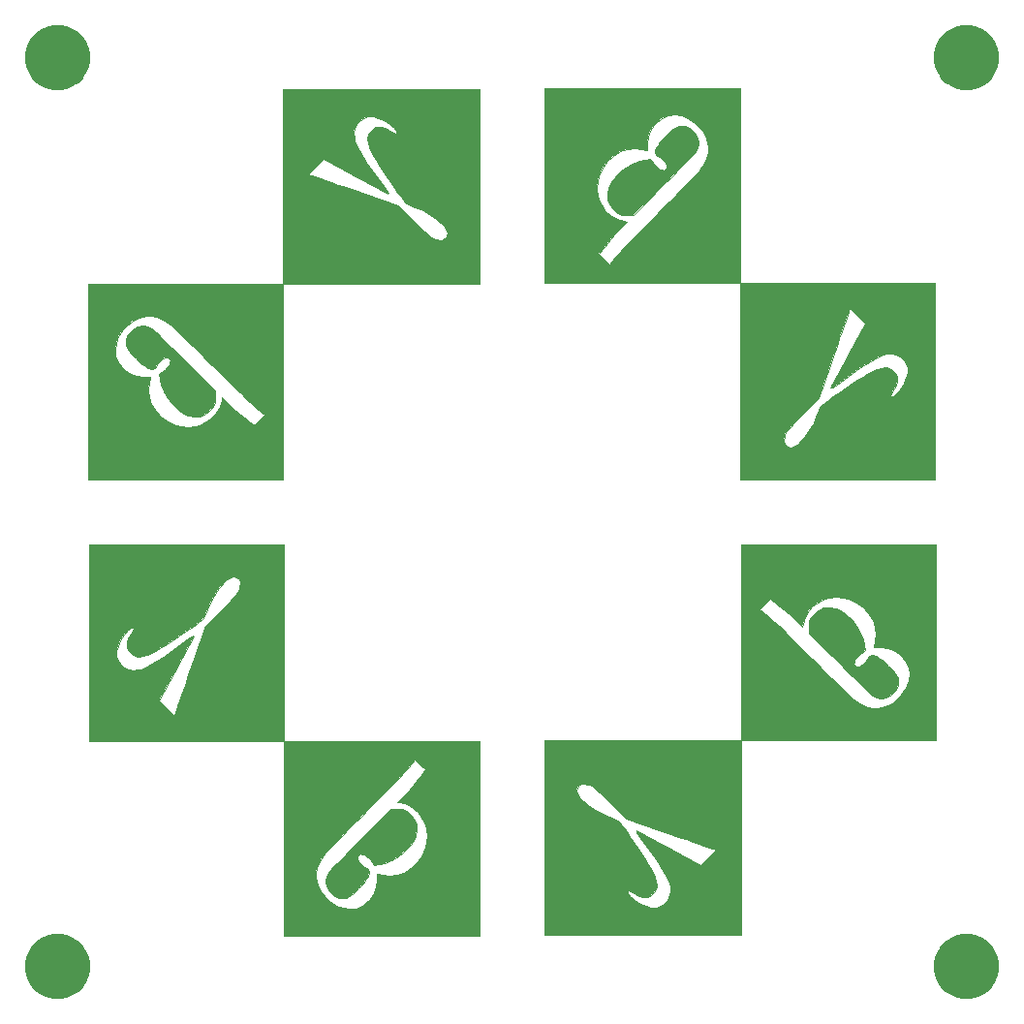
<source format=gbs>
%MOIN*%
%OFA0B0*%
%FSLAX46Y46*%
%IPPOS*%
%LPD*%
%ADD10C,0.00039370078740157485*%
%ADD11C,0.0039370078740157488*%
%ADD22C,0.00039370078740157485*%
%ADD23C,0.0039370078740157488*%
%ADD24C,0.00039370078740157485*%
%ADD25C,0.0039370078740157488*%
%ADD26C,0.00039370078740157485*%
%ADD27C,0.0039370078740157488*%
D10*
G36*
X0000648109Y0002580261D02*
G01*
X0000641402Y0002563909D01*
X0000641038Y0002545642D01*
X0000641706Y0002541812D01*
X0000643402Y0002534684D01*
X0000645792Y0002528704D01*
X0000649799Y0002522572D01*
X0000656342Y0002514989D01*
X0000666343Y0002504653D01*
X0000672189Y0002498786D01*
X0000684802Y0002486417D01*
X0000694338Y0002477857D01*
X0000702247Y0002472016D01*
X0000709975Y0002467808D01*
X0000717691Y0002464625D01*
X0000728328Y0002461013D01*
X0000734636Y0002460240D01*
X0000738294Y0002462261D01*
X0000739501Y0002464028D01*
X0000743614Y0002470276D01*
X0000750071Y0002479143D01*
X0000753890Y0002484122D01*
X0000763632Y0002493930D01*
X0000773435Y0002499503D01*
X0000782180Y0002500878D01*
X0000788751Y0002498090D01*
X0000792028Y0002491174D01*
X0000791574Y0002482918D01*
X0000789186Y0002476230D01*
X0000784165Y0002469451D01*
X0000775246Y0002460989D01*
X0000771791Y0002458027D01*
X0000754071Y0002443050D01*
X0000755576Y0002427432D01*
X0000760216Y0002406199D01*
X0000769603Y0002383416D01*
X0000782679Y0002360815D01*
X0000798388Y0002340126D01*
X0000815672Y0002323081D01*
X0000822462Y0002317899D01*
X0000834564Y0002310280D01*
X0000847216Y0002303600D01*
X0000854646Y0002300447D01*
X0000875825Y0002296173D01*
X0000896170Y0002298153D01*
X0000914701Y0002305975D01*
X0000930436Y0002319228D01*
X0000942234Y0002337164D01*
X0000945678Y0002348123D01*
X0000947582Y0002361637D01*
X0000947724Y0002368429D01*
X0000947121Y0002386931D01*
X0000838615Y0002494037D01*
X0000812937Y0002519362D01*
X0000791532Y0002540405D01*
X0000773946Y0002557582D01*
X0000759722Y0002571311D01*
X0000748404Y0002582007D01*
X0000739538Y0002590089D01*
X0000732668Y0002595974D01*
X0000727339Y0002600077D01*
X0000723095Y0002602816D01*
X0000719480Y0002604608D01*
X0000716680Y0002605659D01*
X0000697486Y0002608888D01*
X0000679180Y0002605567D01*
X0000662327Y0002595808D01*
X0000661235Y0002594902D01*
X0000648109Y0002580261D01*
G37*
X0000648109Y0002580261D02*
X0000641402Y0002563909D01*
X0000641038Y0002545642D01*
X0000641706Y0002541812D01*
X0000643402Y0002534684D01*
X0000645792Y0002528704D01*
X0000649799Y0002522572D01*
X0000656342Y0002514989D01*
X0000666343Y0002504653D01*
X0000672189Y0002498786D01*
X0000684802Y0002486417D01*
X0000694338Y0002477857D01*
X0000702247Y0002472016D01*
X0000709975Y0002467808D01*
X0000717691Y0002464625D01*
X0000728328Y0002461013D01*
X0000734636Y0002460240D01*
X0000738294Y0002462261D01*
X0000739501Y0002464028D01*
X0000743614Y0002470276D01*
X0000750071Y0002479143D01*
X0000753890Y0002484122D01*
X0000763632Y0002493930D01*
X0000773435Y0002499503D01*
X0000782180Y0002500878D01*
X0000788751Y0002498090D01*
X0000792028Y0002491174D01*
X0000791574Y0002482918D01*
X0000789186Y0002476230D01*
X0000784165Y0002469451D01*
X0000775246Y0002460989D01*
X0000771791Y0002458027D01*
X0000754071Y0002443050D01*
X0000755576Y0002427432D01*
X0000760216Y0002406199D01*
X0000769603Y0002383416D01*
X0000782679Y0002360815D01*
X0000798388Y0002340126D01*
X0000815672Y0002323081D01*
X0000822462Y0002317899D01*
X0000834564Y0002310280D01*
X0000847216Y0002303600D01*
X0000854646Y0002300447D01*
X0000875825Y0002296173D01*
X0000896170Y0002298153D01*
X0000914701Y0002305975D01*
X0000930436Y0002319228D01*
X0000942234Y0002337164D01*
X0000945678Y0002348123D01*
X0000947582Y0002361637D01*
X0000947724Y0002368429D01*
X0000947121Y0002386931D01*
X0000838615Y0002494037D01*
X0000812937Y0002519362D01*
X0000791532Y0002540405D01*
X0000773946Y0002557582D01*
X0000759722Y0002571311D01*
X0000748404Y0002582007D01*
X0000739538Y0002590089D01*
X0000732668Y0002595974D01*
X0000727339Y0002600077D01*
X0000723095Y0002602816D01*
X0000719480Y0002604608D01*
X0000716680Y0002605659D01*
X0000697486Y0002608888D01*
X0000679180Y0002605567D01*
X0000662327Y0002595808D01*
X0000661235Y0002594902D01*
X0000648109Y0002580261D01*
G36*
X0000509731Y0002416109D02*
G01*
X0000509731Y0002079051D01*
X0000845610Y0002079063D01*
X0001181490Y0002079076D01*
X0001181480Y0002371947D01*
X0001115610Y0002306078D01*
X0001116209Y0002303524D01*
X0001113772Y0002299514D01*
X0001107672Y0002292873D01*
X0001100457Y0002285600D01*
X0001081808Y0002266950D01*
X0001064352Y0002278957D01*
X0001055633Y0002285557D01*
X0001043464Y0002295585D01*
X0001029219Y0002307869D01*
X0001014274Y0002321238D01*
X0001008304Y0002326723D01*
X0000969712Y0002362482D01*
X0000968428Y0002353866D01*
X0000961832Y0002331213D01*
X0000949482Y0002309864D01*
X0000932289Y0002290941D01*
X0000911162Y0002275567D01*
X0000900414Y0002270014D01*
X0000878752Y0002263271D01*
X0000854293Y0002260839D01*
X0000829394Y0002262798D01*
X0000812391Y0002267014D01*
X0000784483Y0002279320D01*
X0000760893Y0002295839D01*
X0000742019Y0002315930D01*
X0000728262Y0002338949D01*
X0000720022Y0002364255D01*
X0000717700Y0002391205D01*
X0000720550Y0002414344D01*
X0000724596Y0002432882D01*
X0000699866Y0002433277D01*
X0000676789Y0002435775D01*
X0000656856Y0002442964D01*
X0000638359Y0002455593D01*
X0000628977Y0002464319D01*
X0000613757Y0002483844D01*
X0000604743Y0002505122D01*
X0000601890Y0002527588D01*
X0000605152Y0002550678D01*
X0000614484Y0002573828D01*
X0000629841Y0002596476D01*
X0000640541Y0002608215D01*
X0000661775Y0002625927D01*
X0000684182Y0002637460D01*
X0000708710Y0002643299D01*
X0000709278Y0002643367D01*
X0000730931Y0002643376D01*
X0000752017Y0002637956D01*
X0000773569Y0002626761D01*
X0000786891Y0002617330D01*
X0000792946Y0002612129D01*
X0000803192Y0002602690D01*
X0000817124Y0002589503D01*
X0000834233Y0002573062D01*
X0000854013Y0002553856D01*
X0000875958Y0002532378D01*
X0000899560Y0002509118D01*
X0000924311Y0002484567D01*
X0000938650Y0002470274D01*
X0000969545Y0002439478D01*
X0000996200Y0002413052D01*
X0001019036Y0002390600D01*
X0001038478Y0002371730D01*
X0001054949Y0002356046D01*
X0001068872Y0002343156D01*
X0001080669Y0002332666D01*
X0001090765Y0002324180D01*
X0001099583Y0002317306D01*
X0001107546Y0002311649D01*
X0001112602Y0002308350D01*
X0001115610Y0002306078D01*
X0001181480Y0002371947D01*
X0001181478Y0002416122D01*
X0001181466Y0002753168D01*
X0000509731Y0002753168D01*
X0000509731Y0002416109D01*
G37*
X0000509731Y0002416109D02*
X0000509731Y0002079051D01*
X0000845610Y0002079063D01*
X0001181490Y0002079076D01*
X0001181480Y0002371947D01*
X0001115610Y0002306078D01*
X0001116209Y0002303524D01*
X0001113772Y0002299514D01*
X0001107672Y0002292873D01*
X0001100457Y0002285600D01*
X0001081808Y0002266950D01*
X0001064352Y0002278957D01*
X0001055633Y0002285557D01*
X0001043464Y0002295585D01*
X0001029219Y0002307869D01*
X0001014274Y0002321238D01*
X0001008304Y0002326723D01*
X0000969712Y0002362482D01*
X0000968428Y0002353866D01*
X0000961832Y0002331213D01*
X0000949482Y0002309864D01*
X0000932289Y0002290941D01*
X0000911162Y0002275567D01*
X0000900414Y0002270014D01*
X0000878752Y0002263271D01*
X0000854293Y0002260839D01*
X0000829394Y0002262798D01*
X0000812391Y0002267014D01*
X0000784483Y0002279320D01*
X0000760893Y0002295839D01*
X0000742019Y0002315930D01*
X0000728262Y0002338949D01*
X0000720022Y0002364255D01*
X0000717700Y0002391205D01*
X0000720550Y0002414344D01*
X0000724596Y0002432882D01*
X0000699866Y0002433277D01*
X0000676789Y0002435775D01*
X0000656856Y0002442964D01*
X0000638359Y0002455593D01*
X0000628977Y0002464319D01*
X0000613757Y0002483844D01*
X0000604743Y0002505122D01*
X0000601890Y0002527588D01*
X0000605152Y0002550678D01*
X0000614484Y0002573828D01*
X0000629841Y0002596476D01*
X0000640541Y0002608215D01*
X0000661775Y0002625927D01*
X0000684182Y0002637460D01*
X0000708710Y0002643299D01*
X0000709278Y0002643367D01*
X0000730931Y0002643376D01*
X0000752017Y0002637956D01*
X0000773569Y0002626761D01*
X0000786891Y0002617330D01*
X0000792946Y0002612129D01*
X0000803192Y0002602690D01*
X0000817124Y0002589503D01*
X0000834233Y0002573062D01*
X0000854013Y0002553856D01*
X0000875958Y0002532378D01*
X0000899560Y0002509118D01*
X0000924311Y0002484567D01*
X0000938650Y0002470274D01*
X0000969545Y0002439478D01*
X0000996200Y0002413052D01*
X0001019036Y0002390600D01*
X0001038478Y0002371730D01*
X0001054949Y0002356046D01*
X0001068872Y0002343156D01*
X0001080669Y0002332666D01*
X0001090765Y0002324180D01*
X0001099583Y0002317306D01*
X0001107546Y0002311649D01*
X0001112602Y0002308350D01*
X0001115610Y0002306078D01*
X0001181480Y0002371947D01*
X0001181478Y0002416122D01*
X0001181466Y0002753168D01*
X0000509731Y0002753168D01*
X0000509731Y0002416109D01*
G36*
X0001181482Y0002753176D02*
G01*
X0001855599Y0002753176D01*
X0001855586Y0003089056D01*
X0001855574Y0003424936D01*
X0001700895Y0003424930D01*
X0001563749Y0003287783D01*
X0001569892Y0003280920D01*
X0001571467Y0003276500D01*
X0001569476Y0003273163D01*
X0001565453Y0003271250D01*
X0001559677Y0003273186D01*
X0001552218Y0003278186D01*
X0001533717Y0003289164D01*
X0001516579Y0003293861D01*
X0001501057Y0003292281D01*
X0001487405Y0003284425D01*
X0001480926Y0003277608D01*
X0001474244Y0003266701D01*
X0001471351Y0003254798D01*
X0001472382Y0003241026D01*
X0001477469Y0003224510D01*
X0001486746Y0003204375D01*
X0001494225Y0003190470D01*
X0001502494Y0003176459D01*
X0001513897Y0003158270D01*
X0001527634Y0003137106D01*
X0001542906Y0003114172D01*
X0001558912Y0003090671D01*
X0001574855Y0003067809D01*
X0001586242Y0003051870D01*
X0001602069Y0003029985D01*
X0001632433Y0003017922D01*
X0001661970Y0003005081D01*
X0001686676Y0002991642D01*
X0001708359Y0002976427D01*
X0001728828Y0002958255D01*
X0001737463Y0002949496D01*
X0001744732Y0002938230D01*
X0001746585Y0002926683D01*
X0001743595Y0002916268D01*
X0001736336Y0002908393D01*
X0001725384Y0002904471D01*
X0001719106Y0002904395D01*
X0001710757Y0002905491D01*
X0001702993Y0002907617D01*
X0001695058Y0002911325D01*
X0001686196Y0002917166D01*
X0001675652Y0002925693D01*
X0001662670Y0002937457D01*
X0001646495Y0002953012D01*
X0001629293Y0002969999D01*
X0001576104Y0003022876D01*
X0001453902Y0003065666D01*
X0001425230Y0003075715D01*
X0001397224Y0003085550D01*
X0001370820Y0003094840D01*
X0001346951Y0003103255D01*
X0001326549Y0003110468D01*
X0001310549Y0003116149D01*
X0001299885Y0003119969D01*
X0001299682Y0003120042D01*
X0001267664Y0003131628D01*
X0001320650Y0003184615D01*
X0001424640Y0003127149D01*
X0001449104Y0003113661D01*
X0001472051Y0003101067D01*
X0001492747Y0003089765D01*
X0001510458Y0003080155D01*
X0001524448Y0003072636D01*
X0001533983Y0003067606D01*
X0001538082Y0003065566D01*
X0001540993Y0003064645D01*
X0001541966Y0003065565D01*
X0001540635Y0003068938D01*
X0001536632Y0003075379D01*
X0001529587Y0003085499D01*
X0001519133Y0003099914D01*
X0001510081Y0003112223D01*
X0001489879Y0003140257D01*
X0001471706Y0003166765D01*
X0001456008Y0003191028D01*
X0001443235Y0003212330D01*
X0001433833Y0003229954D01*
X0001428250Y0003243183D01*
X0001428220Y0003243277D01*
X0001425153Y0003258324D01*
X0001424789Y0003274291D01*
X0001427016Y0003288631D01*
X0001430614Y0003297261D01*
X0001435010Y0003304309D01*
X0001437502Y0003308561D01*
X0001442687Y0003313822D01*
X0001451891Y0003319841D01*
X0001462786Y0003325336D01*
X0001473046Y0003329024D01*
X0001475644Y0003329584D01*
X0001490411Y0003329253D01*
X0001507899Y0003324348D01*
X0001526705Y0003315538D01*
X0001545427Y0003303486D01*
X0001562661Y0003288860D01*
X0001563749Y0003287783D01*
X0001700895Y0003424930D01*
X0001518528Y0003424923D01*
X0001181482Y0003424911D01*
X0001181482Y0002753176D01*
G37*
X0001181482Y0002753176D02*
X0001855599Y0002753176D01*
X0001855586Y0003089056D01*
X0001855574Y0003424936D01*
X0001700895Y0003424930D01*
X0001563749Y0003287783D01*
X0001569892Y0003280920D01*
X0001571467Y0003276500D01*
X0001569476Y0003273163D01*
X0001565453Y0003271250D01*
X0001559677Y0003273186D01*
X0001552218Y0003278186D01*
X0001533717Y0003289164D01*
X0001516579Y0003293861D01*
X0001501057Y0003292281D01*
X0001487405Y0003284425D01*
X0001480926Y0003277608D01*
X0001474244Y0003266701D01*
X0001471351Y0003254798D01*
X0001472382Y0003241026D01*
X0001477469Y0003224510D01*
X0001486746Y0003204375D01*
X0001494225Y0003190470D01*
X0001502494Y0003176459D01*
X0001513897Y0003158270D01*
X0001527634Y0003137106D01*
X0001542906Y0003114172D01*
X0001558912Y0003090671D01*
X0001574855Y0003067809D01*
X0001586242Y0003051870D01*
X0001602069Y0003029985D01*
X0001632433Y0003017922D01*
X0001661970Y0003005081D01*
X0001686676Y0002991642D01*
X0001708359Y0002976427D01*
X0001728828Y0002958255D01*
X0001737463Y0002949496D01*
X0001744732Y0002938230D01*
X0001746585Y0002926683D01*
X0001743595Y0002916268D01*
X0001736336Y0002908393D01*
X0001725384Y0002904471D01*
X0001719106Y0002904395D01*
X0001710757Y0002905491D01*
X0001702993Y0002907617D01*
X0001695058Y0002911325D01*
X0001686196Y0002917166D01*
X0001675652Y0002925693D01*
X0001662670Y0002937457D01*
X0001646495Y0002953012D01*
X0001629293Y0002969999D01*
X0001576104Y0003022876D01*
X0001453902Y0003065666D01*
X0001425230Y0003075715D01*
X0001397224Y0003085550D01*
X0001370820Y0003094840D01*
X0001346951Y0003103255D01*
X0001326549Y0003110468D01*
X0001310549Y0003116149D01*
X0001299885Y0003119969D01*
X0001299682Y0003120042D01*
X0001267664Y0003131628D01*
X0001320650Y0003184615D01*
X0001424640Y0003127149D01*
X0001449104Y0003113661D01*
X0001472051Y0003101067D01*
X0001492747Y0003089765D01*
X0001510458Y0003080155D01*
X0001524448Y0003072636D01*
X0001533983Y0003067606D01*
X0001538082Y0003065566D01*
X0001540993Y0003064645D01*
X0001541966Y0003065565D01*
X0001540635Y0003068938D01*
X0001536632Y0003075379D01*
X0001529587Y0003085499D01*
X0001519133Y0003099914D01*
X0001510081Y0003112223D01*
X0001489879Y0003140257D01*
X0001471706Y0003166765D01*
X0001456008Y0003191028D01*
X0001443235Y0003212330D01*
X0001433833Y0003229954D01*
X0001428250Y0003243183D01*
X0001428220Y0003243277D01*
X0001425153Y0003258324D01*
X0001424789Y0003274291D01*
X0001427016Y0003288631D01*
X0001430614Y0003297261D01*
X0001435010Y0003304309D01*
X0001437502Y0003308561D01*
X0001442687Y0003313822D01*
X0001451891Y0003319841D01*
X0001462786Y0003325336D01*
X0001473046Y0003329024D01*
X0001475644Y0003329584D01*
X0001490411Y0003329253D01*
X0001507899Y0003324348D01*
X0001526705Y0003315538D01*
X0001545427Y0003303486D01*
X0001562661Y0003288860D01*
X0001563749Y0003287783D01*
X0001700895Y0003424930D01*
X0001518528Y0003424923D01*
X0001181482Y0003424911D01*
X0001181482Y0002753176D01*
D11*
G36*
X0000351672Y0003631637D02*
G01*
X0000372099Y0003640098D01*
X0000393784Y0003644412D01*
X0000415894Y0003644412D01*
X0000437579Y0003640098D01*
X0000458007Y0003631637D01*
X0000476390Y0003619354D01*
X0000492025Y0003603719D01*
X0000504308Y0003585335D01*
X0000512770Y0003564908D01*
X0000517083Y0003543223D01*
X0000517083Y0003521113D01*
X0000512770Y0003499427D01*
X0000504308Y0003479000D01*
X0000498167Y0003469808D01*
X0000492025Y0003460616D01*
X0000476390Y0003444982D01*
X0000467199Y0003438840D01*
X0000458007Y0003432698D01*
X0000437579Y0003424237D01*
X0000415894Y0003419924D01*
X0000393784Y0003419924D01*
X0000372099Y0003424237D01*
X0000351672Y0003432698D01*
X0000333288Y0003444982D01*
X0000317653Y0003460616D01*
X0000305370Y0003479000D01*
X0000296908Y0003499427D01*
X0000292595Y0003521113D01*
X0000292595Y0003543223D01*
X0000296908Y0003564908D01*
X0000305370Y0003585335D01*
X0000317653Y0003603719D01*
X0000333288Y0003619354D01*
X0000351672Y0003631637D01*
G37*
G04 next file*
G04 #@! TF.GenerationSoftware,KiCad,Pcbnew,(5.1.5)-3*
G04 #@! TF.CreationDate,2019-12-21T12:13:31-08:00*
G04 #@! TF.ProjectId,mole-diamond-keychain,6d6f6c65-2d64-4696-916d-6f6e642d6b65,A*
G04 #@! TF.SameCoordinates,Original*
G04 #@! TF.FileFunction,Soldermask,Bot*
G04 #@! TF.FilePolarity,Negative*
G04 Gerber Fmt 4.6, Leading zero omitted, Abs format (unit mm)*
G04 Created by KiCad (PCBNEW (5.1.5)-3) date 2019-12-21 12:13:31*
G04 APERTURE LIST*
G04 APERTURE END LIST*
D22*
G36*
X0001356746Y0000648109D02*
G01*
X0001373098Y0000641402D01*
X0001391365Y0000641038D01*
X0001395195Y0000641706D01*
X0001402323Y0000643402D01*
X0001408303Y0000645792D01*
X0001414434Y0000649799D01*
X0001422018Y0000656342D01*
X0001432354Y0000666343D01*
X0001438221Y0000672189D01*
X0001450589Y0000684802D01*
X0001459150Y0000694338D01*
X0001464990Y0000702247D01*
X0001469199Y0000709975D01*
X0001472382Y0000717691D01*
X0001475994Y0000728328D01*
X0001476766Y0000734636D01*
X0001474746Y0000738294D01*
X0001472979Y0000739501D01*
X0001466730Y0000743614D01*
X0001457864Y0000750071D01*
X0001452885Y0000753890D01*
X0001443077Y0000763632D01*
X0001437504Y0000773435D01*
X0001436129Y0000782180D01*
X0001438917Y0000788751D01*
X0001445833Y0000792028D01*
X0001454089Y0000791574D01*
X0001460777Y0000789186D01*
X0001467556Y0000784165D01*
X0001476018Y0000775246D01*
X0001478979Y0000771791D01*
X0001493957Y0000754071D01*
X0001509575Y0000755576D01*
X0001530808Y0000760216D01*
X0001553590Y0000769603D01*
X0001576192Y0000782679D01*
X0001596881Y0000798388D01*
X0001613926Y0000815672D01*
X0001619108Y0000822462D01*
X0001626727Y0000834564D01*
X0001633407Y0000847216D01*
X0001636560Y0000854646D01*
X0001640834Y0000875825D01*
X0001638854Y0000896170D01*
X0001631032Y0000914701D01*
X0001617779Y0000930436D01*
X0001599843Y0000942234D01*
X0001588884Y0000945678D01*
X0001575370Y0000947582D01*
X0001568578Y0000947724D01*
X0001550076Y0000947121D01*
X0001442970Y0000838615D01*
X0001417645Y0000812937D01*
X0001396602Y0000791532D01*
X0001379425Y0000773946D01*
X0001365696Y0000759722D01*
X0001354999Y0000748404D01*
X0001346917Y0000739538D01*
X0001341033Y0000732668D01*
X0001336930Y0000727339D01*
X0001334191Y0000723095D01*
X0001332398Y0000719480D01*
X0001331348Y0000716680D01*
X0001328119Y0000697486D01*
X0001331440Y0000679180D01*
X0001341199Y0000662327D01*
X0001342105Y0000661235D01*
X0001356746Y0000648109D01*
G37*
X0001356746Y0000648109D02*
X0001373098Y0000641402D01*
X0001391365Y0000641038D01*
X0001395195Y0000641706D01*
X0001402323Y0000643402D01*
X0001408303Y0000645792D01*
X0001414434Y0000649799D01*
X0001422018Y0000656342D01*
X0001432354Y0000666343D01*
X0001438221Y0000672189D01*
X0001450589Y0000684802D01*
X0001459150Y0000694338D01*
X0001464990Y0000702247D01*
X0001469199Y0000709975D01*
X0001472382Y0000717691D01*
X0001475994Y0000728328D01*
X0001476766Y0000734636D01*
X0001474746Y0000738294D01*
X0001472979Y0000739501D01*
X0001466730Y0000743614D01*
X0001457864Y0000750071D01*
X0001452885Y0000753890D01*
X0001443077Y0000763632D01*
X0001437504Y0000773435D01*
X0001436129Y0000782180D01*
X0001438917Y0000788751D01*
X0001445833Y0000792028D01*
X0001454089Y0000791574D01*
X0001460777Y0000789186D01*
X0001467556Y0000784165D01*
X0001476018Y0000775246D01*
X0001478979Y0000771791D01*
X0001493957Y0000754071D01*
X0001509575Y0000755576D01*
X0001530808Y0000760216D01*
X0001553590Y0000769603D01*
X0001576192Y0000782679D01*
X0001596881Y0000798388D01*
X0001613926Y0000815672D01*
X0001619108Y0000822462D01*
X0001626727Y0000834564D01*
X0001633407Y0000847216D01*
X0001636560Y0000854646D01*
X0001640834Y0000875825D01*
X0001638854Y0000896170D01*
X0001631032Y0000914701D01*
X0001617779Y0000930436D01*
X0001599843Y0000942234D01*
X0001588884Y0000945678D01*
X0001575370Y0000947582D01*
X0001568578Y0000947724D01*
X0001550076Y0000947121D01*
X0001442970Y0000838615D01*
X0001417645Y0000812937D01*
X0001396602Y0000791532D01*
X0001379425Y0000773946D01*
X0001365696Y0000759722D01*
X0001354999Y0000748404D01*
X0001346917Y0000739538D01*
X0001341033Y0000732668D01*
X0001336930Y0000727339D01*
X0001334191Y0000723095D01*
X0001332398Y0000719480D01*
X0001331348Y0000716680D01*
X0001328119Y0000697486D01*
X0001331440Y0000679180D01*
X0001341199Y0000662327D01*
X0001342105Y0000661235D01*
X0001356746Y0000648109D01*
G36*
X0001520897Y0000509731D02*
G01*
X0001857956Y0000509731D01*
X0001857943Y0000845610D01*
X0001857931Y0001181490D01*
X0001565059Y0001181480D01*
X0001630929Y0001115610D01*
X0001633483Y0001116209D01*
X0001637493Y0001113772D01*
X0001644134Y0001107672D01*
X0001651407Y0001100457D01*
X0001670056Y0001081808D01*
X0001658050Y0001064352D01*
X0001651450Y0001055633D01*
X0001641422Y0001043464D01*
X0001629138Y0001029219D01*
X0001615769Y0001014274D01*
X0001610284Y0001008304D01*
X0001574525Y0000969712D01*
X0001583140Y0000968428D01*
X0001605794Y0000961832D01*
X0001627143Y0000949482D01*
X0001646066Y0000932289D01*
X0001661440Y0000911162D01*
X0001666993Y0000900414D01*
X0001673736Y0000878752D01*
X0001676168Y0000854293D01*
X0001674209Y0000829394D01*
X0001669993Y0000812391D01*
X0001657687Y0000784483D01*
X0001641168Y0000760893D01*
X0001621077Y0000742019D01*
X0001598058Y0000728262D01*
X0001572752Y0000720022D01*
X0001545802Y0000717700D01*
X0001522663Y0000720550D01*
X0001504125Y0000724596D01*
X0001503730Y0000699866D01*
X0001501232Y0000676789D01*
X0001494043Y0000656856D01*
X0001481414Y0000638359D01*
X0001472688Y0000628977D01*
X0001453162Y0000613757D01*
X0001431885Y0000604743D01*
X0001409419Y0000601890D01*
X0001386329Y0000605152D01*
X0001363178Y0000614484D01*
X0001340531Y0000629841D01*
X0001328792Y0000640541D01*
X0001311080Y0000661775D01*
X0001299547Y0000684182D01*
X0001293708Y0000708710D01*
X0001293640Y0000709278D01*
X0001293631Y0000730931D01*
X0001299051Y0000752017D01*
X0001310246Y0000773569D01*
X0001319677Y0000786891D01*
X0001324878Y0000792946D01*
X0001334317Y0000803192D01*
X0001347503Y0000817124D01*
X0001363945Y0000834233D01*
X0001383150Y0000854013D01*
X0001404629Y0000875958D01*
X0001427889Y0000899560D01*
X0001452440Y0000924311D01*
X0001466733Y0000938650D01*
X0001497529Y0000969545D01*
X0001523955Y0000996200D01*
X0001546407Y0001019036D01*
X0001565277Y0001038478D01*
X0001580960Y0001054949D01*
X0001593850Y0001068872D01*
X0001604341Y0001080669D01*
X0001612827Y0001090765D01*
X0001619701Y0001099583D01*
X0001625358Y0001107546D01*
X0001628656Y0001112602D01*
X0001630929Y0001115610D01*
X0001565059Y0001181480D01*
X0001520885Y0001181478D01*
X0001183839Y0001181466D01*
X0001183839Y0000509731D01*
X0001520897Y0000509731D01*
G37*
X0001520897Y0000509731D02*
X0001857956Y0000509731D01*
X0001857943Y0000845610D01*
X0001857931Y0001181490D01*
X0001565059Y0001181480D01*
X0001630929Y0001115610D01*
X0001633483Y0001116209D01*
X0001637493Y0001113772D01*
X0001644134Y0001107672D01*
X0001651407Y0001100457D01*
X0001670056Y0001081808D01*
X0001658050Y0001064352D01*
X0001651450Y0001055633D01*
X0001641422Y0001043464D01*
X0001629138Y0001029219D01*
X0001615769Y0001014274D01*
X0001610284Y0001008304D01*
X0001574525Y0000969712D01*
X0001583140Y0000968428D01*
X0001605794Y0000961832D01*
X0001627143Y0000949482D01*
X0001646066Y0000932289D01*
X0001661440Y0000911162D01*
X0001666993Y0000900414D01*
X0001673736Y0000878752D01*
X0001676168Y0000854293D01*
X0001674209Y0000829394D01*
X0001669993Y0000812391D01*
X0001657687Y0000784483D01*
X0001641168Y0000760893D01*
X0001621077Y0000742019D01*
X0001598058Y0000728262D01*
X0001572752Y0000720022D01*
X0001545802Y0000717700D01*
X0001522663Y0000720550D01*
X0001504125Y0000724596D01*
X0001503730Y0000699866D01*
X0001501232Y0000676789D01*
X0001494043Y0000656856D01*
X0001481414Y0000638359D01*
X0001472688Y0000628977D01*
X0001453162Y0000613757D01*
X0001431885Y0000604743D01*
X0001409419Y0000601890D01*
X0001386329Y0000605152D01*
X0001363178Y0000614484D01*
X0001340531Y0000629841D01*
X0001328792Y0000640541D01*
X0001311080Y0000661775D01*
X0001299547Y0000684182D01*
X0001293708Y0000708710D01*
X0001293640Y0000709278D01*
X0001293631Y0000730931D01*
X0001299051Y0000752017D01*
X0001310246Y0000773569D01*
X0001319677Y0000786891D01*
X0001324878Y0000792946D01*
X0001334317Y0000803192D01*
X0001347503Y0000817124D01*
X0001363945Y0000834233D01*
X0001383150Y0000854013D01*
X0001404629Y0000875958D01*
X0001427889Y0000899560D01*
X0001452440Y0000924311D01*
X0001466733Y0000938650D01*
X0001497529Y0000969545D01*
X0001523955Y0000996200D01*
X0001546407Y0001019036D01*
X0001565277Y0001038478D01*
X0001580960Y0001054949D01*
X0001593850Y0001068872D01*
X0001604341Y0001080669D01*
X0001612827Y0001090765D01*
X0001619701Y0001099583D01*
X0001625358Y0001107546D01*
X0001628656Y0001112602D01*
X0001630929Y0001115610D01*
X0001565059Y0001181480D01*
X0001520885Y0001181478D01*
X0001183839Y0001181466D01*
X0001183839Y0000509731D01*
X0001520897Y0000509731D01*
G36*
X0001183831Y0001181482D02*
G01*
X0001183831Y0001855599D01*
X0000847951Y0001855586D01*
X0000512071Y0001855574D01*
X0000512077Y0001700895D01*
X0000649224Y0001563749D01*
X0000656087Y0001569892D01*
X0000660507Y0001571467D01*
X0000663844Y0001569476D01*
X0000665757Y0001565453D01*
X0000663821Y0001559677D01*
X0000658820Y0001552218D01*
X0000647843Y0001533717D01*
X0000643145Y0001516579D01*
X0000644726Y0001501057D01*
X0000652582Y0001487405D01*
X0000659399Y0001480926D01*
X0000670306Y0001474244D01*
X0000682208Y0001471351D01*
X0000695981Y0001472382D01*
X0000712497Y0001477469D01*
X0000732632Y0001486746D01*
X0000746537Y0001494225D01*
X0000760548Y0001502494D01*
X0000778737Y0001513897D01*
X0000799901Y0001527634D01*
X0000822835Y0001542906D01*
X0000846336Y0001558912D01*
X0000869198Y0001574855D01*
X0000885137Y0001586242D01*
X0000907022Y0001602069D01*
X0000919085Y0001632433D01*
X0000931926Y0001661970D01*
X0000945365Y0001686676D01*
X0000960580Y0001708359D01*
X0000978752Y0001728828D01*
X0000987511Y0001737463D01*
X0000998777Y0001744732D01*
X0001010323Y0001746585D01*
X0001020739Y0001743595D01*
X0001028614Y0001736336D01*
X0001032536Y0001725384D01*
X0001032612Y0001719106D01*
X0001031516Y0001710757D01*
X0001029390Y0001702993D01*
X0001025682Y0001695058D01*
X0001019841Y0001686196D01*
X0001011314Y0001675652D01*
X0000999549Y0001662670D01*
X0000983995Y0001646495D01*
X0000967008Y0001629293D01*
X0000914131Y0001576104D01*
X0000871341Y0001453902D01*
X0000861291Y0001425230D01*
X0000851457Y0001397224D01*
X0000842167Y0001370820D01*
X0000833751Y0001346951D01*
X0000826538Y0001326549D01*
X0000820858Y0001310549D01*
X0000817038Y0001299885D01*
X0000816965Y0001299682D01*
X0000805378Y0001267664D01*
X0000752392Y0001320650D01*
X0000809858Y0001424640D01*
X0000823346Y0001449104D01*
X0000835940Y0001472051D01*
X0000847242Y0001492747D01*
X0000856851Y0001510458D01*
X0000864371Y0001524448D01*
X0000869401Y0001533983D01*
X0000871441Y0001538082D01*
X0000872362Y0001540993D01*
X0000871442Y0001541966D01*
X0000868069Y0001540635D01*
X0000861628Y0001536632D01*
X0000851507Y0001529587D01*
X0000837093Y0001519133D01*
X0000824784Y0001510081D01*
X0000796750Y0001489879D01*
X0000770242Y0001471706D01*
X0000745979Y0001456008D01*
X0000724677Y0001443235D01*
X0000707053Y0001433833D01*
X0000693824Y0001428250D01*
X0000693730Y0001428220D01*
X0000678683Y0001425153D01*
X0000662716Y0001424789D01*
X0000648376Y0001427016D01*
X0000639746Y0001430614D01*
X0000632698Y0001435010D01*
X0000628446Y0001437502D01*
X0000623185Y0001442687D01*
X0000617166Y0001451891D01*
X0000611671Y0001462786D01*
X0000607983Y0001473046D01*
X0000607422Y0001475644D01*
X0000607754Y0001490411D01*
X0000612658Y0001507899D01*
X0000621469Y0001526705D01*
X0000633520Y0001545427D01*
X0000648147Y0001562661D01*
X0000649224Y0001563749D01*
X0000512077Y0001700895D01*
X0000512084Y0001518528D01*
X0000512096Y0001181482D01*
X0001183831Y0001181482D01*
G37*
X0001183831Y0001181482D02*
X0001183831Y0001855599D01*
X0000847951Y0001855586D01*
X0000512071Y0001855574D01*
X0000512077Y0001700895D01*
X0000649224Y0001563749D01*
X0000656087Y0001569892D01*
X0000660507Y0001571467D01*
X0000663844Y0001569476D01*
X0000665757Y0001565453D01*
X0000663821Y0001559677D01*
X0000658820Y0001552218D01*
X0000647843Y0001533717D01*
X0000643145Y0001516579D01*
X0000644726Y0001501057D01*
X0000652582Y0001487405D01*
X0000659399Y0001480926D01*
X0000670306Y0001474244D01*
X0000682208Y0001471351D01*
X0000695981Y0001472382D01*
X0000712497Y0001477469D01*
X0000732632Y0001486746D01*
X0000746537Y0001494225D01*
X0000760548Y0001502494D01*
X0000778737Y0001513897D01*
X0000799901Y0001527634D01*
X0000822835Y0001542906D01*
X0000846336Y0001558912D01*
X0000869198Y0001574855D01*
X0000885137Y0001586242D01*
X0000907022Y0001602069D01*
X0000919085Y0001632433D01*
X0000931926Y0001661970D01*
X0000945365Y0001686676D01*
X0000960580Y0001708359D01*
X0000978752Y0001728828D01*
X0000987511Y0001737463D01*
X0000998777Y0001744732D01*
X0001010323Y0001746585D01*
X0001020739Y0001743595D01*
X0001028614Y0001736336D01*
X0001032536Y0001725384D01*
X0001032612Y0001719106D01*
X0001031516Y0001710757D01*
X0001029390Y0001702993D01*
X0001025682Y0001695058D01*
X0001019841Y0001686196D01*
X0001011314Y0001675652D01*
X0000999549Y0001662670D01*
X0000983995Y0001646495D01*
X0000967008Y0001629293D01*
X0000914131Y0001576104D01*
X0000871341Y0001453902D01*
X0000861291Y0001425230D01*
X0000851457Y0001397224D01*
X0000842167Y0001370820D01*
X0000833751Y0001346951D01*
X0000826538Y0001326549D01*
X0000820858Y0001310549D01*
X0000817038Y0001299885D01*
X0000816965Y0001299682D01*
X0000805378Y0001267664D01*
X0000752392Y0001320650D01*
X0000809858Y0001424640D01*
X0000823346Y0001449104D01*
X0000835940Y0001472051D01*
X0000847242Y0001492747D01*
X0000856851Y0001510458D01*
X0000864371Y0001524448D01*
X0000869401Y0001533983D01*
X0000871441Y0001538082D01*
X0000872362Y0001540993D01*
X0000871442Y0001541966D01*
X0000868069Y0001540635D01*
X0000861628Y0001536632D01*
X0000851507Y0001529587D01*
X0000837093Y0001519133D01*
X0000824784Y0001510081D01*
X0000796750Y0001489879D01*
X0000770242Y0001471706D01*
X0000745979Y0001456008D01*
X0000724677Y0001443235D01*
X0000707053Y0001433833D01*
X0000693824Y0001428250D01*
X0000693730Y0001428220D01*
X0000678683Y0001425153D01*
X0000662716Y0001424789D01*
X0000648376Y0001427016D01*
X0000639746Y0001430614D01*
X0000632698Y0001435010D01*
X0000628446Y0001437502D01*
X0000623185Y0001442687D01*
X0000617166Y0001451891D01*
X0000611671Y0001462786D01*
X0000607983Y0001473046D01*
X0000607422Y0001475644D01*
X0000607754Y0001490411D01*
X0000612658Y0001507899D01*
X0000621469Y0001526705D01*
X0000633520Y0001545427D01*
X0000648147Y0001562661D01*
X0000649224Y0001563749D01*
X0000512077Y0001700895D01*
X0000512084Y0001518528D01*
X0000512096Y0001181482D01*
X0001183831Y0001181482D01*
D23*
G36*
X0000305370Y0000351672D02*
G01*
X0000296908Y0000372099D01*
X0000292595Y0000393784D01*
X0000292595Y0000415894D01*
X0000296908Y0000437579D01*
X0000305370Y0000458007D01*
X0000317653Y0000476390D01*
X0000333288Y0000492025D01*
X0000351672Y0000504308D01*
X0000372099Y0000512770D01*
X0000393784Y0000517083D01*
X0000415894Y0000517083D01*
X0000437579Y0000512770D01*
X0000458007Y0000504308D01*
X0000467199Y0000498167D01*
X0000476390Y0000492025D01*
X0000492025Y0000476390D01*
X0000498167Y0000467199D01*
X0000504308Y0000458007D01*
X0000512770Y0000437579D01*
X0000517083Y0000415894D01*
X0000517083Y0000393784D01*
X0000512770Y0000372099D01*
X0000504308Y0000351672D01*
X0000492025Y0000333288D01*
X0000476390Y0000317653D01*
X0000458007Y0000305370D01*
X0000437579Y0000296908D01*
X0000415894Y0000292595D01*
X0000393784Y0000292595D01*
X0000372099Y0000296908D01*
X0000351672Y0000305370D01*
X0000333288Y0000317653D01*
X0000317653Y0000333288D01*
X0000305370Y0000351672D01*
G37*
G04 next file*
G04 #@! TF.GenerationSoftware,KiCad,Pcbnew,(5.1.5)-3*
G04 #@! TF.CreationDate,2019-12-21T12:13:31-08:00*
G04 #@! TF.ProjectId,mole-diamond-keychain,6d6f6c65-2d64-4696-916d-6f6e642d6b65,A*
G04 #@! TF.SameCoordinates,Original*
G04 #@! TF.FileFunction,Soldermask,Bot*
G04 #@! TF.FilePolarity,Negative*
G04 Gerber Fmt 4.6, Leading zero omitted, Abs format (unit mm)*
G04 Created by KiCad (PCBNEW (5.1.5)-3) date 2019-12-21 12:13:31*
G04 APERTURE LIST*
G04 APERTURE END LIST*
D24*
G36*
X0003288898Y0001356746D02*
G01*
X0003295605Y0001373098D01*
X0003295968Y0001391365D01*
X0003295301Y0001395195D01*
X0003293605Y0001402323D01*
X0003291214Y0001408303D01*
X0003287208Y0001414434D01*
X0003280665Y0001422018D01*
X0003270664Y0001432354D01*
X0003264818Y0001438221D01*
X0003252205Y0001450589D01*
X0003242668Y0001459150D01*
X0003234760Y0001464990D01*
X0003227032Y0001469199D01*
X0003219316Y0001472382D01*
X0003208679Y0001475994D01*
X0003202371Y0001476766D01*
X0003198713Y0001474746D01*
X0003197506Y0001472979D01*
X0003193392Y0001466730D01*
X0003186936Y0001457864D01*
X0003183117Y0001452885D01*
X0003173375Y0001443077D01*
X0003163572Y0001437504D01*
X0003154826Y0001436129D01*
X0003148256Y0001438917D01*
X0003144979Y0001445833D01*
X0003145432Y0001454089D01*
X0003147821Y0001460777D01*
X0003152842Y0001467556D01*
X0003161761Y0001476018D01*
X0003165216Y0001478979D01*
X0003182935Y0001493957D01*
X0003181431Y0001509575D01*
X0003176791Y0001530808D01*
X0003167404Y0001553590D01*
X0003154327Y0001576192D01*
X0003138619Y0001596881D01*
X0003121335Y0001613926D01*
X0003114545Y0001619108D01*
X0003102443Y0001626727D01*
X0003089790Y0001633407D01*
X0003082360Y0001636560D01*
X0003061182Y0001640834D01*
X0003040837Y0001638854D01*
X0003022306Y0001631032D01*
X0003006571Y0001617779D01*
X0002994773Y0001599843D01*
X0002991329Y0001588884D01*
X0002989425Y0001575370D01*
X0002989283Y0001568578D01*
X0002989886Y0001550076D01*
X0003098392Y0001442970D01*
X0003124070Y0001417645D01*
X0003145474Y0001396602D01*
X0003163061Y0001379425D01*
X0003177285Y0001365696D01*
X0003188603Y0001354999D01*
X0003197469Y0001346917D01*
X0003204339Y0001341033D01*
X0003209668Y0001336930D01*
X0003213912Y0001334191D01*
X0003217527Y0001332398D01*
X0003220327Y0001331348D01*
X0003239521Y0001328119D01*
X0003257827Y0001331440D01*
X0003274680Y0001341199D01*
X0003275772Y0001342105D01*
X0003288898Y0001356746D01*
G37*
X0003288898Y0001356746D02*
X0003295605Y0001373098D01*
X0003295968Y0001391365D01*
X0003295301Y0001395195D01*
X0003293605Y0001402323D01*
X0003291214Y0001408303D01*
X0003287208Y0001414434D01*
X0003280665Y0001422018D01*
X0003270664Y0001432354D01*
X0003264818Y0001438221D01*
X0003252205Y0001450589D01*
X0003242668Y0001459150D01*
X0003234760Y0001464990D01*
X0003227032Y0001469199D01*
X0003219316Y0001472382D01*
X0003208679Y0001475994D01*
X0003202371Y0001476766D01*
X0003198713Y0001474746D01*
X0003197506Y0001472979D01*
X0003193392Y0001466730D01*
X0003186936Y0001457864D01*
X0003183117Y0001452885D01*
X0003173375Y0001443077D01*
X0003163572Y0001437504D01*
X0003154826Y0001436129D01*
X0003148256Y0001438917D01*
X0003144979Y0001445833D01*
X0003145432Y0001454089D01*
X0003147821Y0001460777D01*
X0003152842Y0001467556D01*
X0003161761Y0001476018D01*
X0003165216Y0001478979D01*
X0003182935Y0001493957D01*
X0003181431Y0001509575D01*
X0003176791Y0001530808D01*
X0003167404Y0001553590D01*
X0003154327Y0001576192D01*
X0003138619Y0001596881D01*
X0003121335Y0001613926D01*
X0003114545Y0001619108D01*
X0003102443Y0001626727D01*
X0003089790Y0001633407D01*
X0003082360Y0001636560D01*
X0003061182Y0001640834D01*
X0003040837Y0001638854D01*
X0003022306Y0001631032D01*
X0003006571Y0001617779D01*
X0002994773Y0001599843D01*
X0002991329Y0001588884D01*
X0002989425Y0001575370D01*
X0002989283Y0001568578D01*
X0002989886Y0001550076D01*
X0003098392Y0001442970D01*
X0003124070Y0001417645D01*
X0003145474Y0001396602D01*
X0003163061Y0001379425D01*
X0003177285Y0001365696D01*
X0003188603Y0001354999D01*
X0003197469Y0001346917D01*
X0003204339Y0001341033D01*
X0003209668Y0001336930D01*
X0003213912Y0001334191D01*
X0003217527Y0001332398D01*
X0003220327Y0001331348D01*
X0003239521Y0001328119D01*
X0003257827Y0001331440D01*
X0003274680Y0001341199D01*
X0003275772Y0001342105D01*
X0003288898Y0001356746D01*
G36*
X0003427276Y0001520897D02*
G01*
X0003427276Y0001857956D01*
X0003091396Y0001857943D01*
X0002755517Y0001857931D01*
X0002755527Y0001565059D01*
X0002821397Y0001630929D01*
X0002820798Y0001633483D01*
X0002823235Y0001637493D01*
X0002829335Y0001644134D01*
X0002836549Y0001651407D01*
X0002855199Y0001670056D01*
X0002872655Y0001658050D01*
X0002881374Y0001651450D01*
X0002893543Y0001641422D01*
X0002907788Y0001629138D01*
X0002922733Y0001615769D01*
X0002928703Y0001610284D01*
X0002967295Y0001574525D01*
X0002968579Y0001583140D01*
X0002975175Y0001605794D01*
X0002987525Y0001627143D01*
X0003004718Y0001646066D01*
X0003025845Y0001661440D01*
X0003036592Y0001666993D01*
X0003058255Y0001673736D01*
X0003082714Y0001676168D01*
X0003107613Y0001674209D01*
X0003124616Y0001669993D01*
X0003152523Y0001657687D01*
X0003176114Y0001641168D01*
X0003194988Y0001621077D01*
X0003208745Y0001598058D01*
X0003216985Y0001572752D01*
X0003219307Y0001545802D01*
X0003216457Y0001522663D01*
X0003212411Y0001504125D01*
X0003237141Y0001503730D01*
X0003260218Y0001501232D01*
X0003280151Y0001494043D01*
X0003298647Y0001481414D01*
X0003308030Y0001472688D01*
X0003323250Y0001453162D01*
X0003332264Y0001431885D01*
X0003335117Y0001409419D01*
X0003331855Y0001386329D01*
X0003322523Y0001363178D01*
X0003307165Y0001340531D01*
X0003296466Y0001328792D01*
X0003275232Y0001311080D01*
X0003252824Y0001299547D01*
X0003228296Y0001293708D01*
X0003227729Y0001293640D01*
X0003206076Y0001293631D01*
X0003184990Y0001299051D01*
X0003163438Y0001310246D01*
X0003150115Y0001319677D01*
X0003144061Y0001324878D01*
X0003133815Y0001334317D01*
X0003119883Y0001347503D01*
X0003102774Y0001363945D01*
X0003082993Y0001383150D01*
X0003061049Y0001404629D01*
X0003037447Y0001427889D01*
X0003012696Y0001452440D01*
X0002998357Y0001466733D01*
X0002967462Y0001497529D01*
X0002940807Y0001523955D01*
X0002917970Y0001546407D01*
X0002898528Y0001565277D01*
X0002882058Y0001580960D01*
X0002868135Y0001593850D01*
X0002856338Y0001604341D01*
X0002846242Y0001612827D01*
X0002837424Y0001619701D01*
X0002829461Y0001625358D01*
X0002824405Y0001628656D01*
X0002821397Y0001630929D01*
X0002755527Y0001565059D01*
X0002755529Y0001520885D01*
X0002755541Y0001183839D01*
X0003427276Y0001183839D01*
X0003427276Y0001520897D01*
G37*
X0003427276Y0001520897D02*
X0003427276Y0001857956D01*
X0003091396Y0001857943D01*
X0002755517Y0001857931D01*
X0002755527Y0001565059D01*
X0002821397Y0001630929D01*
X0002820798Y0001633483D01*
X0002823235Y0001637493D01*
X0002829335Y0001644134D01*
X0002836549Y0001651407D01*
X0002855199Y0001670056D01*
X0002872655Y0001658050D01*
X0002881374Y0001651450D01*
X0002893543Y0001641422D01*
X0002907788Y0001629138D01*
X0002922733Y0001615769D01*
X0002928703Y0001610284D01*
X0002967295Y0001574525D01*
X0002968579Y0001583140D01*
X0002975175Y0001605794D01*
X0002987525Y0001627143D01*
X0003004718Y0001646066D01*
X0003025845Y0001661440D01*
X0003036592Y0001666993D01*
X0003058255Y0001673736D01*
X0003082714Y0001676168D01*
X0003107613Y0001674209D01*
X0003124616Y0001669993D01*
X0003152523Y0001657687D01*
X0003176114Y0001641168D01*
X0003194988Y0001621077D01*
X0003208745Y0001598058D01*
X0003216985Y0001572752D01*
X0003219307Y0001545802D01*
X0003216457Y0001522663D01*
X0003212411Y0001504125D01*
X0003237141Y0001503730D01*
X0003260218Y0001501232D01*
X0003280151Y0001494043D01*
X0003298647Y0001481414D01*
X0003308030Y0001472688D01*
X0003323250Y0001453162D01*
X0003332264Y0001431885D01*
X0003335117Y0001409419D01*
X0003331855Y0001386329D01*
X0003322523Y0001363178D01*
X0003307165Y0001340531D01*
X0003296466Y0001328792D01*
X0003275232Y0001311080D01*
X0003252824Y0001299547D01*
X0003228296Y0001293708D01*
X0003227729Y0001293640D01*
X0003206076Y0001293631D01*
X0003184990Y0001299051D01*
X0003163438Y0001310246D01*
X0003150115Y0001319677D01*
X0003144061Y0001324878D01*
X0003133815Y0001334317D01*
X0003119883Y0001347503D01*
X0003102774Y0001363945D01*
X0003082993Y0001383150D01*
X0003061049Y0001404629D01*
X0003037447Y0001427889D01*
X0003012696Y0001452440D01*
X0002998357Y0001466733D01*
X0002967462Y0001497529D01*
X0002940807Y0001523955D01*
X0002917970Y0001546407D01*
X0002898528Y0001565277D01*
X0002882058Y0001580960D01*
X0002868135Y0001593850D01*
X0002856338Y0001604341D01*
X0002846242Y0001612827D01*
X0002837424Y0001619701D01*
X0002829461Y0001625358D01*
X0002824405Y0001628656D01*
X0002821397Y0001630929D01*
X0002755527Y0001565059D01*
X0002755529Y0001520885D01*
X0002755541Y0001183839D01*
X0003427276Y0001183839D01*
X0003427276Y0001520897D01*
G36*
X0002755525Y0001183831D02*
G01*
X0002081408Y0001183831D01*
X0002081420Y0000847951D01*
X0002081433Y0000512071D01*
X0002236111Y0000512077D01*
X0002373258Y0000649224D01*
X0002367115Y0000656087D01*
X0002365540Y0000660507D01*
X0002367531Y0000663844D01*
X0002371554Y0000665757D01*
X0002377330Y0000663821D01*
X0002384789Y0000658820D01*
X0002403290Y0000647843D01*
X0002420428Y0000643145D01*
X0002435950Y0000644726D01*
X0002449602Y0000652582D01*
X0002456081Y0000659399D01*
X0002462763Y0000670306D01*
X0002465656Y0000682208D01*
X0002464625Y0000695981D01*
X0002459538Y0000712497D01*
X0002450261Y0000732632D01*
X0002442782Y0000746537D01*
X0002434513Y0000760548D01*
X0002423110Y0000778737D01*
X0002409373Y0000799901D01*
X0002394101Y0000822835D01*
X0002378095Y0000846336D01*
X0002362152Y0000869198D01*
X0002350765Y0000885137D01*
X0002334938Y0000907022D01*
X0002304574Y0000919085D01*
X0002275037Y0000931926D01*
X0002250331Y0000945365D01*
X0002228648Y0000960580D01*
X0002208178Y0000978752D01*
X0002199544Y0000987511D01*
X0002192275Y0000998777D01*
X0002190422Y0001010323D01*
X0002193412Y0001020739D01*
X0002200670Y0001028614D01*
X0002211623Y0001032536D01*
X0002217901Y0001032612D01*
X0002226250Y0001031516D01*
X0002234014Y0001029390D01*
X0002241949Y0001025682D01*
X0002250811Y0001019841D01*
X0002261354Y0001011314D01*
X0002274336Y0000999549D01*
X0002290512Y0000983995D01*
X0002307713Y0000967008D01*
X0002360903Y0000914131D01*
X0002483105Y0000871341D01*
X0002511777Y0000861291D01*
X0002539783Y0000851457D01*
X0002566187Y0000842167D01*
X0002590056Y0000833751D01*
X0002610458Y0000826538D01*
X0002626457Y0000820858D01*
X0002637122Y0000817038D01*
X0002637325Y0000816965D01*
X0002669343Y0000805378D01*
X0002616357Y0000752392D01*
X0002512366Y0000809858D01*
X0002487903Y0000823346D01*
X0002464956Y0000835940D01*
X0002444260Y0000847242D01*
X0002426549Y0000856851D01*
X0002412559Y0000864371D01*
X0002403024Y0000869401D01*
X0002398924Y0000871441D01*
X0002396014Y0000872362D01*
X0002395041Y0000871442D01*
X0002396372Y0000868069D01*
X0002400375Y0000861628D01*
X0002407420Y0000851507D01*
X0002417873Y0000837093D01*
X0002426926Y0000824784D01*
X0002447128Y0000796750D01*
X0002465301Y0000770242D01*
X0002480998Y0000745979D01*
X0002493772Y0000724677D01*
X0002503174Y0000707053D01*
X0002508757Y0000693824D01*
X0002508787Y0000693730D01*
X0002511854Y0000678683D01*
X0002512217Y0000662716D01*
X0002509990Y0000648376D01*
X0002506393Y0000639746D01*
X0002501996Y0000632698D01*
X0002499504Y0000628446D01*
X0002494320Y0000623185D01*
X0002485116Y0000617166D01*
X0002474221Y0000611671D01*
X0002463961Y0000607983D01*
X0002461363Y0000607422D01*
X0002446596Y0000607754D01*
X0002429108Y0000612658D01*
X0002410301Y0000621469D01*
X0002391580Y0000633520D01*
X0002374346Y0000648147D01*
X0002373258Y0000649224D01*
X0002236111Y0000512077D01*
X0002418479Y0000512084D01*
X0002755525Y0000512096D01*
X0002755525Y0001183831D01*
G37*
X0002755525Y0001183831D02*
X0002081408Y0001183831D01*
X0002081420Y0000847951D01*
X0002081433Y0000512071D01*
X0002236111Y0000512077D01*
X0002373258Y0000649224D01*
X0002367115Y0000656087D01*
X0002365540Y0000660507D01*
X0002367531Y0000663844D01*
X0002371554Y0000665757D01*
X0002377330Y0000663821D01*
X0002384789Y0000658820D01*
X0002403290Y0000647843D01*
X0002420428Y0000643145D01*
X0002435950Y0000644726D01*
X0002449602Y0000652582D01*
X0002456081Y0000659399D01*
X0002462763Y0000670306D01*
X0002465656Y0000682208D01*
X0002464625Y0000695981D01*
X0002459538Y0000712497D01*
X0002450261Y0000732632D01*
X0002442782Y0000746537D01*
X0002434513Y0000760548D01*
X0002423110Y0000778737D01*
X0002409373Y0000799901D01*
X0002394101Y0000822835D01*
X0002378095Y0000846336D01*
X0002362152Y0000869198D01*
X0002350765Y0000885137D01*
X0002334938Y0000907022D01*
X0002304574Y0000919085D01*
X0002275037Y0000931926D01*
X0002250331Y0000945365D01*
X0002228648Y0000960580D01*
X0002208178Y0000978752D01*
X0002199544Y0000987511D01*
X0002192275Y0000998777D01*
X0002190422Y0001010323D01*
X0002193412Y0001020739D01*
X0002200670Y0001028614D01*
X0002211623Y0001032536D01*
X0002217901Y0001032612D01*
X0002226250Y0001031516D01*
X0002234014Y0001029390D01*
X0002241949Y0001025682D01*
X0002250811Y0001019841D01*
X0002261354Y0001011314D01*
X0002274336Y0000999549D01*
X0002290512Y0000983995D01*
X0002307713Y0000967008D01*
X0002360903Y0000914131D01*
X0002483105Y0000871341D01*
X0002511777Y0000861291D01*
X0002539783Y0000851457D01*
X0002566187Y0000842167D01*
X0002590056Y0000833751D01*
X0002610458Y0000826538D01*
X0002626457Y0000820858D01*
X0002637122Y0000817038D01*
X0002637325Y0000816965D01*
X0002669343Y0000805378D01*
X0002616357Y0000752392D01*
X0002512366Y0000809858D01*
X0002487903Y0000823346D01*
X0002464956Y0000835940D01*
X0002444260Y0000847242D01*
X0002426549Y0000856851D01*
X0002412559Y0000864371D01*
X0002403024Y0000869401D01*
X0002398924Y0000871441D01*
X0002396014Y0000872362D01*
X0002395041Y0000871442D01*
X0002396372Y0000868069D01*
X0002400375Y0000861628D01*
X0002407420Y0000851507D01*
X0002417873Y0000837093D01*
X0002426926Y0000824784D01*
X0002447128Y0000796750D01*
X0002465301Y0000770242D01*
X0002480998Y0000745979D01*
X0002493772Y0000724677D01*
X0002503174Y0000707053D01*
X0002508757Y0000693824D01*
X0002508787Y0000693730D01*
X0002511854Y0000678683D01*
X0002512217Y0000662716D01*
X0002509990Y0000648376D01*
X0002506393Y0000639746D01*
X0002501996Y0000632698D01*
X0002499504Y0000628446D01*
X0002494320Y0000623185D01*
X0002485116Y0000617166D01*
X0002474221Y0000611671D01*
X0002463961Y0000607983D01*
X0002461363Y0000607422D01*
X0002446596Y0000607754D01*
X0002429108Y0000612658D01*
X0002410301Y0000621469D01*
X0002391580Y0000633520D01*
X0002374346Y0000648147D01*
X0002373258Y0000649224D01*
X0002236111Y0000512077D01*
X0002418479Y0000512084D01*
X0002755525Y0000512096D01*
X0002755525Y0001183831D01*
D25*
G36*
X0003585335Y0000305370D02*
G01*
X0003564908Y0000296908D01*
X0003543223Y0000292595D01*
X0003521113Y0000292595D01*
X0003499427Y0000296908D01*
X0003479000Y0000305370D01*
X0003460616Y0000317653D01*
X0003444982Y0000333288D01*
X0003432698Y0000351672D01*
X0003424237Y0000372099D01*
X0003419924Y0000393784D01*
X0003419924Y0000415894D01*
X0003424237Y0000437579D01*
X0003432698Y0000458007D01*
X0003438840Y0000467199D01*
X0003444982Y0000476390D01*
X0003460616Y0000492025D01*
X0003469808Y0000498167D01*
X0003479000Y0000504308D01*
X0003499427Y0000512770D01*
X0003521113Y0000517083D01*
X0003543223Y0000517083D01*
X0003564908Y0000512770D01*
X0003585335Y0000504308D01*
X0003603719Y0000492025D01*
X0003619354Y0000476390D01*
X0003631637Y0000458007D01*
X0003640098Y0000437579D01*
X0003644412Y0000415894D01*
X0003644412Y0000393784D01*
X0003640098Y0000372099D01*
X0003631637Y0000351672D01*
X0003619354Y0000333288D01*
X0003603719Y0000317653D01*
X0003585335Y0000305370D01*
G37*
G04 next file*
G04 #@! TF.GenerationSoftware,KiCad,Pcbnew,(5.1.5)-3*
G04 #@! TF.CreationDate,2019-12-21T12:13:31-08:00*
G04 #@! TF.ProjectId,mole-diamond-keychain,6d6f6c65-2d64-4696-916d-6f6e642d6b65,A*
G04 #@! TF.SameCoordinates,Original*
G04 #@! TF.FileFunction,Soldermask,Bot*
G04 #@! TF.FilePolarity,Negative*
G04 Gerber Fmt 4.6, Leading zero omitted, Abs format (unit mm)*
G04 Created by KiCad (PCBNEW (5.1.5)-3) date 2019-12-21 12:13:31*
G04 APERTURE LIST*
G04 APERTURE END LIST*
D26*
G36*
X0002580261Y0003288898D02*
G01*
X0002563909Y0003295605D01*
X0002545642Y0003295968D01*
X0002541812Y0003295301D01*
X0002534684Y0003293605D01*
X0002528704Y0003291214D01*
X0002522572Y0003287208D01*
X0002514989Y0003280665D01*
X0002504653Y0003270664D01*
X0002498786Y0003264818D01*
X0002486417Y0003252205D01*
X0002477857Y0003242668D01*
X0002472016Y0003234760D01*
X0002467808Y0003227032D01*
X0002464625Y0003219316D01*
X0002461013Y0003208679D01*
X0002460240Y0003202371D01*
X0002462261Y0003198713D01*
X0002464028Y0003197506D01*
X0002470276Y0003193392D01*
X0002479143Y0003186936D01*
X0002484122Y0003183117D01*
X0002493930Y0003173375D01*
X0002499503Y0003163572D01*
X0002500878Y0003154826D01*
X0002498090Y0003148256D01*
X0002491174Y0003144979D01*
X0002482918Y0003145432D01*
X0002476230Y0003147821D01*
X0002469451Y0003152842D01*
X0002460989Y0003161761D01*
X0002458027Y0003165216D01*
X0002443050Y0003182935D01*
X0002427432Y0003181431D01*
X0002406199Y0003176791D01*
X0002383416Y0003167404D01*
X0002360815Y0003154327D01*
X0002340126Y0003138619D01*
X0002323081Y0003121335D01*
X0002317899Y0003114545D01*
X0002310280Y0003102443D01*
X0002303600Y0003089790D01*
X0002300447Y0003082360D01*
X0002296173Y0003061182D01*
X0002298153Y0003040837D01*
X0002305975Y0003022306D01*
X0002319228Y0003006571D01*
X0002337164Y0002994773D01*
X0002348123Y0002991329D01*
X0002361637Y0002989425D01*
X0002368429Y0002989283D01*
X0002386931Y0002989886D01*
X0002494037Y0003098392D01*
X0002519362Y0003124070D01*
X0002540405Y0003145474D01*
X0002557582Y0003163061D01*
X0002571311Y0003177285D01*
X0002582007Y0003188603D01*
X0002590089Y0003197469D01*
X0002595974Y0003204339D01*
X0002600077Y0003209668D01*
X0002602816Y0003213912D01*
X0002604608Y0003217527D01*
X0002605659Y0003220327D01*
X0002608888Y0003239521D01*
X0002605567Y0003257827D01*
X0002595808Y0003274680D01*
X0002594902Y0003275772D01*
X0002580261Y0003288898D01*
G37*
X0002580261Y0003288898D02*
X0002563909Y0003295605D01*
X0002545642Y0003295968D01*
X0002541812Y0003295301D01*
X0002534684Y0003293605D01*
X0002528704Y0003291214D01*
X0002522572Y0003287208D01*
X0002514989Y0003280665D01*
X0002504653Y0003270664D01*
X0002498786Y0003264818D01*
X0002486417Y0003252205D01*
X0002477857Y0003242668D01*
X0002472016Y0003234760D01*
X0002467808Y0003227032D01*
X0002464625Y0003219316D01*
X0002461013Y0003208679D01*
X0002460240Y0003202371D01*
X0002462261Y0003198713D01*
X0002464028Y0003197506D01*
X0002470276Y0003193392D01*
X0002479143Y0003186936D01*
X0002484122Y0003183117D01*
X0002493930Y0003173375D01*
X0002499503Y0003163572D01*
X0002500878Y0003154826D01*
X0002498090Y0003148256D01*
X0002491174Y0003144979D01*
X0002482918Y0003145432D01*
X0002476230Y0003147821D01*
X0002469451Y0003152842D01*
X0002460989Y0003161761D01*
X0002458027Y0003165216D01*
X0002443050Y0003182935D01*
X0002427432Y0003181431D01*
X0002406199Y0003176791D01*
X0002383416Y0003167404D01*
X0002360815Y0003154327D01*
X0002340126Y0003138619D01*
X0002323081Y0003121335D01*
X0002317899Y0003114545D01*
X0002310280Y0003102443D01*
X0002303600Y0003089790D01*
X0002300447Y0003082360D01*
X0002296173Y0003061182D01*
X0002298153Y0003040837D01*
X0002305975Y0003022306D01*
X0002319228Y0003006571D01*
X0002337164Y0002994773D01*
X0002348123Y0002991329D01*
X0002361637Y0002989425D01*
X0002368429Y0002989283D01*
X0002386931Y0002989886D01*
X0002494037Y0003098392D01*
X0002519362Y0003124070D01*
X0002540405Y0003145474D01*
X0002557582Y0003163061D01*
X0002571311Y0003177285D01*
X0002582007Y0003188603D01*
X0002590089Y0003197469D01*
X0002595974Y0003204339D01*
X0002600077Y0003209668D01*
X0002602816Y0003213912D01*
X0002604608Y0003217527D01*
X0002605659Y0003220327D01*
X0002608888Y0003239521D01*
X0002605567Y0003257827D01*
X0002595808Y0003274680D01*
X0002594902Y0003275772D01*
X0002580261Y0003288898D01*
G36*
X0002416109Y0003427276D02*
G01*
X0002079051Y0003427276D01*
X0002079063Y0003091396D01*
X0002079076Y0002755517D01*
X0002371947Y0002755527D01*
X0002306078Y0002821397D01*
X0002303524Y0002820798D01*
X0002299514Y0002823235D01*
X0002292873Y0002829335D01*
X0002285600Y0002836549D01*
X0002266950Y0002855199D01*
X0002278957Y0002872655D01*
X0002285557Y0002881374D01*
X0002295585Y0002893543D01*
X0002307869Y0002907788D01*
X0002321238Y0002922733D01*
X0002326723Y0002928703D01*
X0002362482Y0002967295D01*
X0002353866Y0002968579D01*
X0002331213Y0002975175D01*
X0002309864Y0002987525D01*
X0002290941Y0003004718D01*
X0002275567Y0003025845D01*
X0002270014Y0003036592D01*
X0002263271Y0003058255D01*
X0002260839Y0003082714D01*
X0002262798Y0003107613D01*
X0002267014Y0003124616D01*
X0002279320Y0003152523D01*
X0002295839Y0003176114D01*
X0002315930Y0003194988D01*
X0002338949Y0003208745D01*
X0002364255Y0003216985D01*
X0002391205Y0003219307D01*
X0002414344Y0003216457D01*
X0002432882Y0003212411D01*
X0002433277Y0003237141D01*
X0002435775Y0003260218D01*
X0002442964Y0003280151D01*
X0002455593Y0003298647D01*
X0002464319Y0003308030D01*
X0002483844Y0003323250D01*
X0002505122Y0003332264D01*
X0002527588Y0003335117D01*
X0002550678Y0003331855D01*
X0002573828Y0003322523D01*
X0002596476Y0003307165D01*
X0002608215Y0003296466D01*
X0002625927Y0003275232D01*
X0002637460Y0003252824D01*
X0002643299Y0003228296D01*
X0002643367Y0003227729D01*
X0002643376Y0003206076D01*
X0002637956Y0003184990D01*
X0002626761Y0003163438D01*
X0002617330Y0003150115D01*
X0002612129Y0003144061D01*
X0002602690Y0003133815D01*
X0002589503Y0003119883D01*
X0002573062Y0003102774D01*
X0002553856Y0003082993D01*
X0002532378Y0003061049D01*
X0002509118Y0003037447D01*
X0002484567Y0003012696D01*
X0002470274Y0002998357D01*
X0002439478Y0002967462D01*
X0002413052Y0002940807D01*
X0002390600Y0002917970D01*
X0002371730Y0002898528D01*
X0002356046Y0002882058D01*
X0002343156Y0002868135D01*
X0002332666Y0002856338D01*
X0002324180Y0002846242D01*
X0002317306Y0002837424D01*
X0002311649Y0002829461D01*
X0002308350Y0002824405D01*
X0002306078Y0002821397D01*
X0002371947Y0002755527D01*
X0002416122Y0002755529D01*
X0002753168Y0002755541D01*
X0002753168Y0003427276D01*
X0002416109Y0003427276D01*
G37*
X0002416109Y0003427276D02*
X0002079051Y0003427276D01*
X0002079063Y0003091396D01*
X0002079076Y0002755517D01*
X0002371947Y0002755527D01*
X0002306078Y0002821397D01*
X0002303524Y0002820798D01*
X0002299514Y0002823235D01*
X0002292873Y0002829335D01*
X0002285600Y0002836549D01*
X0002266950Y0002855199D01*
X0002278957Y0002872655D01*
X0002285557Y0002881374D01*
X0002295585Y0002893543D01*
X0002307869Y0002907788D01*
X0002321238Y0002922733D01*
X0002326723Y0002928703D01*
X0002362482Y0002967295D01*
X0002353866Y0002968579D01*
X0002331213Y0002975175D01*
X0002309864Y0002987525D01*
X0002290941Y0003004718D01*
X0002275567Y0003025845D01*
X0002270014Y0003036592D01*
X0002263271Y0003058255D01*
X0002260839Y0003082714D01*
X0002262798Y0003107613D01*
X0002267014Y0003124616D01*
X0002279320Y0003152523D01*
X0002295839Y0003176114D01*
X0002315930Y0003194988D01*
X0002338949Y0003208745D01*
X0002364255Y0003216985D01*
X0002391205Y0003219307D01*
X0002414344Y0003216457D01*
X0002432882Y0003212411D01*
X0002433277Y0003237141D01*
X0002435775Y0003260218D01*
X0002442964Y0003280151D01*
X0002455593Y0003298647D01*
X0002464319Y0003308030D01*
X0002483844Y0003323250D01*
X0002505122Y0003332264D01*
X0002527588Y0003335117D01*
X0002550678Y0003331855D01*
X0002573828Y0003322523D01*
X0002596476Y0003307165D01*
X0002608215Y0003296466D01*
X0002625927Y0003275232D01*
X0002637460Y0003252824D01*
X0002643299Y0003228296D01*
X0002643367Y0003227729D01*
X0002643376Y0003206076D01*
X0002637956Y0003184990D01*
X0002626761Y0003163438D01*
X0002617330Y0003150115D01*
X0002612129Y0003144061D01*
X0002602690Y0003133815D01*
X0002589503Y0003119883D01*
X0002573062Y0003102774D01*
X0002553856Y0003082993D01*
X0002532378Y0003061049D01*
X0002509118Y0003037447D01*
X0002484567Y0003012696D01*
X0002470274Y0002998357D01*
X0002439478Y0002967462D01*
X0002413052Y0002940807D01*
X0002390600Y0002917970D01*
X0002371730Y0002898528D01*
X0002356046Y0002882058D01*
X0002343156Y0002868135D01*
X0002332666Y0002856338D01*
X0002324180Y0002846242D01*
X0002317306Y0002837424D01*
X0002311649Y0002829461D01*
X0002308350Y0002824405D01*
X0002306078Y0002821397D01*
X0002371947Y0002755527D01*
X0002416122Y0002755529D01*
X0002753168Y0002755541D01*
X0002753168Y0003427276D01*
X0002416109Y0003427276D01*
G36*
X0002753176Y0002755525D02*
G01*
X0002753176Y0002081408D01*
X0003089056Y0002081420D01*
X0003424936Y0002081433D01*
X0003424930Y0002236111D01*
X0003287783Y0002373258D01*
X0003280920Y0002367115D01*
X0003276500Y0002365540D01*
X0003273163Y0002367531D01*
X0003271250Y0002371554D01*
X0003273186Y0002377330D01*
X0003278186Y0002384789D01*
X0003289164Y0002403290D01*
X0003293861Y0002420428D01*
X0003292281Y0002435950D01*
X0003284425Y0002449602D01*
X0003277608Y0002456081D01*
X0003266701Y0002462763D01*
X0003254798Y0002465656D01*
X0003241026Y0002464625D01*
X0003224510Y0002459538D01*
X0003204375Y0002450261D01*
X0003190470Y0002442782D01*
X0003176459Y0002434513D01*
X0003158270Y0002423110D01*
X0003137106Y0002409373D01*
X0003114172Y0002394101D01*
X0003090671Y0002378095D01*
X0003067809Y0002362152D01*
X0003051870Y0002350765D01*
X0003029985Y0002334938D01*
X0003017922Y0002304574D01*
X0003005081Y0002275037D01*
X0002991642Y0002250331D01*
X0002976427Y0002228648D01*
X0002958255Y0002208178D01*
X0002949496Y0002199544D01*
X0002938230Y0002192275D01*
X0002926683Y0002190422D01*
X0002916268Y0002193412D01*
X0002908393Y0002200670D01*
X0002904471Y0002211623D01*
X0002904395Y0002217901D01*
X0002905491Y0002226250D01*
X0002907617Y0002234014D01*
X0002911325Y0002241949D01*
X0002917166Y0002250811D01*
X0002925693Y0002261354D01*
X0002937457Y0002274336D01*
X0002953012Y0002290512D01*
X0002969999Y0002307713D01*
X0003022876Y0002360903D01*
X0003065666Y0002483105D01*
X0003075715Y0002511777D01*
X0003085550Y0002539783D01*
X0003094840Y0002566187D01*
X0003103255Y0002590056D01*
X0003110468Y0002610458D01*
X0003116149Y0002626457D01*
X0003119969Y0002637122D01*
X0003120042Y0002637325D01*
X0003131628Y0002669343D01*
X0003184615Y0002616357D01*
X0003127149Y0002512366D01*
X0003113661Y0002487903D01*
X0003101067Y0002464956D01*
X0003089765Y0002444260D01*
X0003080155Y0002426549D01*
X0003072636Y0002412559D01*
X0003067606Y0002403024D01*
X0003065566Y0002398924D01*
X0003064645Y0002396014D01*
X0003065565Y0002395041D01*
X0003068938Y0002396372D01*
X0003075379Y0002400375D01*
X0003085499Y0002407420D01*
X0003099914Y0002417873D01*
X0003112223Y0002426926D01*
X0003140257Y0002447128D01*
X0003166765Y0002465301D01*
X0003191028Y0002480998D01*
X0003212330Y0002493772D01*
X0003229954Y0002503174D01*
X0003243183Y0002508757D01*
X0003243277Y0002508787D01*
X0003258324Y0002511854D01*
X0003274291Y0002512217D01*
X0003288631Y0002509990D01*
X0003297261Y0002506393D01*
X0003304309Y0002501996D01*
X0003308561Y0002499504D01*
X0003313822Y0002494320D01*
X0003319841Y0002485116D01*
X0003325336Y0002474221D01*
X0003329024Y0002463961D01*
X0003329584Y0002461363D01*
X0003329253Y0002446596D01*
X0003324348Y0002429108D01*
X0003315538Y0002410301D01*
X0003303486Y0002391580D01*
X0003288860Y0002374346D01*
X0003287783Y0002373258D01*
X0003424930Y0002236111D01*
X0003424923Y0002418479D01*
X0003424911Y0002755525D01*
X0002753176Y0002755525D01*
G37*
X0002753176Y0002755525D02*
X0002753176Y0002081408D01*
X0003089056Y0002081420D01*
X0003424936Y0002081433D01*
X0003424930Y0002236111D01*
X0003287783Y0002373258D01*
X0003280920Y0002367115D01*
X0003276500Y0002365540D01*
X0003273163Y0002367531D01*
X0003271250Y0002371554D01*
X0003273186Y0002377330D01*
X0003278186Y0002384789D01*
X0003289164Y0002403290D01*
X0003293861Y0002420428D01*
X0003292281Y0002435950D01*
X0003284425Y0002449602D01*
X0003277608Y0002456081D01*
X0003266701Y0002462763D01*
X0003254798Y0002465656D01*
X0003241026Y0002464625D01*
X0003224510Y0002459538D01*
X0003204375Y0002450261D01*
X0003190470Y0002442782D01*
X0003176459Y0002434513D01*
X0003158270Y0002423110D01*
X0003137106Y0002409373D01*
X0003114172Y0002394101D01*
X0003090671Y0002378095D01*
X0003067809Y0002362152D01*
X0003051870Y0002350765D01*
X0003029985Y0002334938D01*
X0003017922Y0002304574D01*
X0003005081Y0002275037D01*
X0002991642Y0002250331D01*
X0002976427Y0002228648D01*
X0002958255Y0002208178D01*
X0002949496Y0002199544D01*
X0002938230Y0002192275D01*
X0002926683Y0002190422D01*
X0002916268Y0002193412D01*
X0002908393Y0002200670D01*
X0002904471Y0002211623D01*
X0002904395Y0002217901D01*
X0002905491Y0002226250D01*
X0002907617Y0002234014D01*
X0002911325Y0002241949D01*
X0002917166Y0002250811D01*
X0002925693Y0002261354D01*
X0002937457Y0002274336D01*
X0002953012Y0002290512D01*
X0002969999Y0002307713D01*
X0003022876Y0002360903D01*
X0003065666Y0002483105D01*
X0003075715Y0002511777D01*
X0003085550Y0002539783D01*
X0003094840Y0002566187D01*
X0003103255Y0002590056D01*
X0003110468Y0002610458D01*
X0003116149Y0002626457D01*
X0003119969Y0002637122D01*
X0003120042Y0002637325D01*
X0003131628Y0002669343D01*
X0003184615Y0002616357D01*
X0003127149Y0002512366D01*
X0003113661Y0002487903D01*
X0003101067Y0002464956D01*
X0003089765Y0002444260D01*
X0003080155Y0002426549D01*
X0003072636Y0002412559D01*
X0003067606Y0002403024D01*
X0003065566Y0002398924D01*
X0003064645Y0002396014D01*
X0003065565Y0002395041D01*
X0003068938Y0002396372D01*
X0003075379Y0002400375D01*
X0003085499Y0002407420D01*
X0003099914Y0002417873D01*
X0003112223Y0002426926D01*
X0003140257Y0002447128D01*
X0003166765Y0002465301D01*
X0003191028Y0002480998D01*
X0003212330Y0002493772D01*
X0003229954Y0002503174D01*
X0003243183Y0002508757D01*
X0003243277Y0002508787D01*
X0003258324Y0002511854D01*
X0003274291Y0002512217D01*
X0003288631Y0002509990D01*
X0003297261Y0002506393D01*
X0003304309Y0002501996D01*
X0003308561Y0002499504D01*
X0003313822Y0002494320D01*
X0003319841Y0002485116D01*
X0003325336Y0002474221D01*
X0003329024Y0002463961D01*
X0003329584Y0002461363D01*
X0003329253Y0002446596D01*
X0003324348Y0002429108D01*
X0003315538Y0002410301D01*
X0003303486Y0002391580D01*
X0003288860Y0002374346D01*
X0003287783Y0002373258D01*
X0003424930Y0002236111D01*
X0003424923Y0002418479D01*
X0003424911Y0002755525D01*
X0002753176Y0002755525D01*
D27*
G36*
X0003631637Y0003585335D02*
G01*
X0003640098Y0003564908D01*
X0003644412Y0003543223D01*
X0003644412Y0003521113D01*
X0003640098Y0003499427D01*
X0003631637Y0003479000D01*
X0003619354Y0003460616D01*
X0003603719Y0003444982D01*
X0003585335Y0003432698D01*
X0003564908Y0003424237D01*
X0003543223Y0003419924D01*
X0003521113Y0003419924D01*
X0003499427Y0003424237D01*
X0003479000Y0003432698D01*
X0003469808Y0003438840D01*
X0003460616Y0003444982D01*
X0003444982Y0003460616D01*
X0003438840Y0003469808D01*
X0003432698Y0003479000D01*
X0003424237Y0003499427D01*
X0003419924Y0003521113D01*
X0003419924Y0003543223D01*
X0003424237Y0003564908D01*
X0003432698Y0003585335D01*
X0003444982Y0003603719D01*
X0003460616Y0003619354D01*
X0003479000Y0003631637D01*
X0003499427Y0003640098D01*
X0003521113Y0003644412D01*
X0003543223Y0003644412D01*
X0003564908Y0003640098D01*
X0003585335Y0003631637D01*
X0003603719Y0003619354D01*
X0003619354Y0003603719D01*
X0003631637Y0003585335D01*
G37*
M02*
</source>
